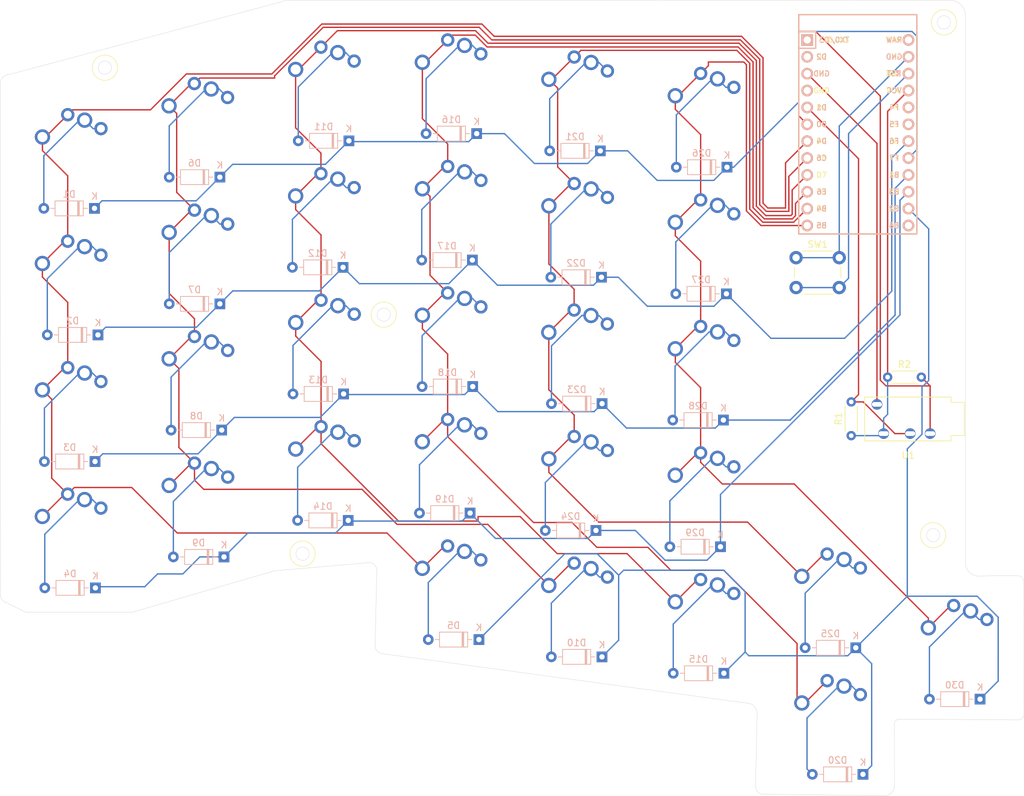
<source format=kicad_pcb>
(kicad_pcb (version 20241229) (generator "pcbnew") (generator_version "9.0")
  (layers (0 "F.Cu" signal) (2 "B.Cu" signal) (13 "F.Paste" user) (15 "B.Paste" user) (5 "F.SilkS" user "F.Silkscreen") (7 "B.SilkS" user "B.Silkscreen") (1 "F.Mask" user) (3 "B.Mask" user) (25 "Edge.Cuts" user))
  (net 0 "")
  (net 1 "L Row 0")
  (net 2 "Net-(D1-A)")
  (net 3 "L Row 1")
  (net 4 "Net-(D2-A)")
  (net 5 "L Row 2")
  (net 6 "Net-(D3-A)")
  (net 7 "L Row 3")
  (net 8 "Net-(D4-A)")
  (net 9 "Net-(D5-A)")
  (net 10 "L Row 4")
  (net 11 "Net-(D6-A)")
  (net 12 "Net-(D7-A)")
  (net 13 "Net-(D8-A)")
  (net 14 "Net-(D9-A)")
  (net 15 "Net-(D10-A)")
  (net 16 "Net-(D11-A)")
  (net 17 "Net-(D12-A)")
  (net 18 "Net-(D13-A)")
  (net 19 "Net-(D14-A)")
  (net 20 "Net-(D15-A)")
  (net 21 "Net-(D16-A)")
  (net 22 "Net-(D17-A)")
  (net 23 "Net-(D18-A)")
  (net 24 "Net-(D19-A)")
  (net 25 "Net-(D20-A)")
  (net 26 "Net-(D21-A)")
  (net 27 "Net-(D22-A)")
  (net 28 "Net-(D23-A)")
  (net 29 "Net-(D24-A)")
  (net 30 "Net-(D25-A)")
  (net 31 "Net-(D26-A)")
  (net 32 "Net-(D27-A)")
  (net 33 "Net-(D28-A)")
  (net 34 "Net-(D29-A)")
  (net 35 "Net-(D30-A)")
  (net 36 "L Ring2")
  (net 37 "L VCC")
  (net 38 "L Ring1")
  (net 39 "L Col 0")
  (net 40 "L Col 1")
  (net 41 "L Col 2")
  (net 42 "L Col 3")
  (net 43 "L Col 4")
  (net 44 "L Col 5")
  (net 45 "Net-(SW1-Pad1)")
  (net 46 "Net-(U2-RST)")
  (net 47 "L GND")
  (footprint "PCM_marbastlib-xp-choc:SW_choc_MxCombo_1u" (layer "F.Cu") (at 44.774 66.051)
    (property "Reference" "S1" (hide yes))
    (property "Value" "Keyswitch")
  )
  (footprint "PCM_marbastlib-xp-choc:SW_choc_MxCombo_1u" (layer "F.Cu") (at 101.966 54.803)
    (property "Reference" "S16" (hide yes))
    (property "Value" "Keyswitch")
  )
  (footprint "PCM_marbastlib-xp-choc:SW_choc_MxCombo_1u" (layer "F.Cu") (at 121.003625 133.559)
    (property "Reference" "S10" (hide yes))
    (property "Value" "Keyswitch")
  )
  (footprint "PCM_marbastlib-xp-choc:SW_choc_MxCombo_1u" (layer "F.Cu") (at 159.09 132.19)
    (property "Reference" "S25" (hide yes))
    (property "Value" "Keyswitch")
  )
  (footprint "PCM_marbastlib-xp-choc:SW_choc_MxCombo_1u" (layer "F.Cu") (at 178.14 139.94)
    (property "Reference" "S30" (hide yes))
    (property "Value" "Keyswitch")
  )
  (footprint "PCM_marbastlib-xp-choc:SW_choc_MxCombo_1u" (layer "F.Cu") (at 63.849 80.416)
    (property "Reference" "S7" (hide yes))
    (property "Value" "Keyswitch")
  )
  (footprint "PCM_marbastlib-xp-choc:SW_choc_MxCombo_1u" (layer "F.Cu") (at 82.885 55.884)
    (property "Reference" "S11" (hide yes))
    (property "Value" "Keyswitch")
  )
  (footprint "marbastlib-xp-choc:SW_choc_MxCombo_1u" (layer "F.Cu") (at 140.042 136.028)
    (property "Reference" "S15" (hide yes))
    (property "Value" "Keyswitch")
  )
  (footprint "Resistor_THT:R_Axial_DIN0204_L3.6mm_D1.6mm_P5.08mm_Horizontal" (layer "F.Cu") (at 168.194 99.663)
    (property "Reference" "R2")
    (property "Value" "R")
  )
  (footprint "marbastlib-xp-choc:SW_choc_MxCombo_1u" (layer "F.Cu") (at 140.047 78.881)
    (property "Reference" "S27" (hide yes))
    (property "Value" "Keyswitch")
  )
  (footprint "PCM_marbastlib-xp-choc:SW_choc_MxCombo_1u" (layer "F.Cu") (at 82.888 74.927)
    (property "Reference" "S12" (hide yes))
    (property "Value" "Keyswitch")
  )
  (footprint "PCM_marbastlib-xp-choc:SW_choc_MxCombo_1u" (layer "F.Cu") (at 121.001 95.459)
    (property "Reference" "S23" (hide yes))
    (property "Value" "Keyswitch")
  )
  (footprint "marbastlib-xp-choc:SW_choc_MxCombo_1u" (layer "F.Cu") (at 140.042 116.966)
    (property "Reference" "S29" (hide yes))
    (property "Value" "Keyswitch")
  )
  (footprint "PCM_marbastlib-xp-choc:SW_choc_MxCombo_1u" (layer "F.Cu") (at 44.764 123.174)
    (property "Reference" "S4" (hide yes))
    (property "Value" "Keyswitch")
  )
  (footprint "PCM_marbastlib-xp-choc:SW_choc_MxCombo_1u" (layer "F.Cu") (at 101.961 111.927)
    (property "Reference" "S19" (hide yes))
    (property "Value" "Keyswitch")
  )
  (footprint "Resistor_THT:R_Axial_DIN0204_L3.6mm_D1.6mm_P5.08mm_Horizontal" (layer "F.Cu") (at 162.715 108.467 90)
    (property "Reference" "R1")
    (property "Value" "R")
  )
  (footprint "Button_Switch_THT:SW_PUSH_6mm" (layer "F.Cu") (at 154.414 81.675)
    (property "Reference" "SW1")
    (property "Value" "SW_Push")
  )
  (footprint "PCM_marbastlib-xp-choc:SW_choc_MxCombo_1u" (layer "F.Cu") (at 44.766 85.092)
    (property "Reference" "S2" (hide yes))
    (property "Value" "Keyswitch")
  )
  (footprint "ScottoKeebs_MCU:Arduino_Pro_Micro" (layer "F.Cu") (at 163.711 62.868)
    (property "Reference" "U2" (hide yes))
    (property "Value" "Arduino_Pro_Micro" (hide yes))
  )
  (footprint "PCM_marbastlib-xp-choc:SW_choc_MxCombo_1u" (layer "F.Cu") (at 82.901 93.978)
    (property "Reference" "S13" (hide yes))
    (property "Value" "Keyswitch")
  )
  (footprint "marbastlib-xp-choc:SW_choc_MxCombo_1u" (layer "F.Cu") (at 140.047 59.841)
    (property "Reference" "S26" (hide yes))
    (property "Value" "Keyswitch")
  )
  (footprint "PCM_marbastlib-xp-choc:SW_choc_MxCombo_1u" (layer "F.Cu") (at 121.013 57.371)
    (property "Reference" "S21" (hide yes))
    (property "Value" "Keyswitch")
  )
  (footprint "PCM_marbastlib-xp-choc:SW_choc_MxCombo_1u" (layer "F.Cu") (at 121.015 76.411)
    (property "Reference" "S22" (hide yes))
    (property "Value" "Keyswitch")
  )
  (footprint "PCM_marbastlib-xp-choc:SW_choc_MxCombo_1u" (layer "F.Cu") (at 101.971 73.84)
    (property "Reference" "S17" (hide yes))
    (property "Value" "Keyswitch")
  )
  (footprint "PCM_marbastlib-xp-choc:SW_choc_MxCombo_1u" (layer "F.Cu") (at 44.769 104.124)
    (property "Reference" "S3" (hide yes))
    (property "Value" "Keyswitch")
  )
  (footprint "PCM_marbastlib-xp-choc:SW_choc_MxCombo_1u" (layer "F.Cu") (at 101.958 130.979)
    (property "Reference" "S5" (hide yes))
    (property "Value" "Keyswitch")
  )
  (footprint "PCM_marbastlib-xp-choc:SW_choc_MxCombo_1u" (layer "F.Cu") (at 159.092375 151.252)
    (property "Reference" "S20" (hide yes))
    (property "Value" "Keyswitch")
  )
  (footprint "PCM_marbastlib-xp-choc:SW_choc_MxCombo_1u" (layer "F.Cu") (at 63.849 99.443)
    (property "Reference" "S8" (hide yes))
    (property "Value" "Keyswitch")
  )
  (footprint "marbastlib-xp-choc:SW_choc_MxCombo_1u" (layer "F.Cu") (at 140.048 97.934)
    (property "Reference" "S28" (hide yes))
    (property "Value" "Keyswitch")
  )
  (footprint "PCM_marbastlib-xp-choc:SW_choc_MxCombo_1u" (layer "F.Cu") (at 121.011 114.499)
    (property "Reference" "S24" (hide yes))
    (property "Value" "Keyswitch")
  )
  (footprint "PCM_marbastlib-xp-choc:SW_choc_MxCombo_1u" (layer "F.Cu") (at 63.852 118.504)
    (property "Reference" "S9" (hide yes))
    (property "Value" "Keyswitch")
  )
  (footprint "PJ-320A_Library:PJ-320A" (layer "F.Cu") (at 179.743 108.16 180)
    (property "Reference" "U1")
    (property "Value" "PJ-320A")
  )
  (footprint "PCM_marbastlib-xp-choc:SW_choc_MxCombo_1u" (layer "F.Cu") (at 101.971 92.887)
    (property "Reference" "S18" (hide yes))
    (property "Value" "Keyswitch")
  )
  (footprint "PCM_marbastlib-xp-choc:SW_choc_MxCombo_1u" (layer "F.Cu") (at 82.906 113.028)
    (property "Reference" "S14" (hide yes))
    (property "Value" "Keyswitch")
  )
  (footprint "PCM_marbastlib-xp-choc:SW_choc_MxCombo_1u" (layer "F.Cu") (at 63.829 61.362)
    (property "Reference" "S6" (hide yes))
    (property "Value" "Keyswitch")
  )
  (footprint "Diode_THT:D_DO-35_SOD27_P7.62mm_Horizontal" (layer "B.Cu") (at 144.01 68.059 180)
    (property "Reference" "D26")
    (property "Value" "Diode")
  )
  (footprint "Diode_THT:D_DO-35_SOD27_P7.62mm_Horizontal" (layer "B.Cu") (at 163.399375 140.4 180)
    (property "Reference" "D25")
    (property "Value" "Diode")
  )
  (footprint "Diode_THT:D_DO-35_SOD27_P7.62mm_Horizontal" (layer "B.Cu") (at 86.213625 83.1306 180)
    (property "Reference" "D12")
    (property "Value" "Diode")
  )
  (footprint "Diode_THT:D_DO-35_SOD27_P7.62mm_Horizontal" (layer "B.Cu") (at 143.544 144.24 180)
    (property "Reference" "D15")
    (property "Value" "Diode")
  )
  (footprint "Diode_THT:D_DO-35_SOD27_P7.62mm_Horizontal" (layer "B.Cu") (at 86.996 121.228 180)
    (property "Reference" "D14")
    (property "Value" "Diode")
  )
  (footprint "Diode_THT:D_DO-35_SOD27_P7.62mm_Horizontal" (layer "B.Cu") (at 124.943 65.591 180)
    (property "Reference" "D21")
    (property "Value" "Diode")
  )
  (footprint "Diode_THT:D_DO-35_SOD27_P7.62mm_Horizontal" (layer "B.Cu") (at 68.292 126.724 180)
    (property "Reference" "D9")
    (property "Value" "Diode")
  )
  (footprint "Diode_THT:D_DO-35_SOD27_P7.62mm_Horizontal" (layer "B.Cu") (at 49.316 93.302 180)
    (property "Reference" "D2")
    (property "Value" "Diode")
  )
  (footprint "Diode_THT:D_DO-35_SOD27_P7.62mm_Horizontal" (layer "B.Cu") (at 105.681 82.04 180)
    (property "Reference" "D17")
    (property "Value" "Diode")
  )
  (footprint "Diode_THT:D_DO-35_SOD27_P7.62mm_Horizontal" (layer "B.Cu") (at 124.286625 122.7426 180)
    (property "Reference" "D24")
    (property "Value" "Diode")
  )
  (footprint "Diode_THT:D_DO-35_SOD27_P7.62mm_Horizontal" (layer "B.Cu") (at 143.927 87.115 180)
    (property "Reference" "D27")
    (property "Value" "Diode")
  )
  (footprint "Diode_THT:D_DO-35_SOD27_P7.62mm_Horizontal" (layer "B.Cu") (at 143.034 125.194 180)
    (property "Reference" "D29")
    (property "Value" "Diode")
  )
  (footprint "Diode_THT:D_DO-35_SOD27_P7.62mm_Horizontal" (layer "B.Cu") (at 67.949 107.633 180)
    (property "Reference" "D8")
    (property "Value" "Diode")
  )
  (footprint "Diode_THT:D_DO-35_SOD27_P7.62mm_Horizontal" (layer "B.Cu") (at 125.114375 84.621 180)
    (property "Reference" "D22")
    (property "Value" "Diode")
  )
  (footprint "Diode_THT:D_DO-35_SOD27_P7.62mm_Horizontal" (layer "B.Cu") (at 125.193 141.769 180)
    (property "Reference" "D10")
    (property "Value" "Diode")
  )
  (footprint "Diode_THT:D_DO-35_SOD27_P7.62mm_Horizontal" (layer "B.Cu") (at 106.335375 63.003 180)
    (property "Reference" "D16")
    (property "Value" "Diode")
  )
  (footprint "Diode_THT:D_DO-35_SOD27_P7.62mm_Horizontal" (layer "B.Cu") (at 86.301 102.188 180)
    (property "Reference" "D13")
    (property "Value" "Diode")
  )
  (footprint "Diode_THT:D_DO-35_SOD27_P7.62mm_Horizontal" (layer "B.Cu") (at 67.669625 69.5556 180)
    (property "Reference" "D6")
    (property "Value" "Diode")
  )
  (footprint "Diode_THT:D_DO-35_SOD27_P7.62mm_Horizontal" (layer "B.Cu") (at 48.879 112.364 180)
    (property "Reference" "D3")
    (property "Value" "Diode")
  )
  (footprint "Diode_THT:D_DO-35_SOD27_P7.62mm_Horizontal" (layer "B.Cu") (at 105.341 120.127 180)
    (property "Reference" "D19")
    (property "Value" "Diode")
  )
  (footprint "Diode_THT:D_DO-35_SOD27_P7.62mm_Horizontal" (layer "B.Cu") (at 164.482375 159.452 180)
    (property "Reference" "D20")
    (property "Value" "Diode")
  )
  (footprint "Diode_THT:D_DO-35_SOD27_P7.62mm_Horizontal" (layer "B.Cu") (at 48.934 131.384 180)
    (property "Reference" "D4")
    (property "Value" "Diode")
  )
  (footprint "Diode_THT:D_DO-35_SOD27_P7.62mm_Horizontal" (layer "B.Cu") (at 125.211 103.649 180)
    (property "Reference" "D23")
    (property "Value" "Diode")
  )
  (footprint "Diode_THT:D_DO-35_SOD27_P7.62mm_Horizontal" (layer "B.Cu") (at 182.11 148.14 180)
    (property "Reference" "D30")
    (property "Value" "Diode")
  )
  (footprint "Diode_THT:D_DO-35_SOD27_P7.62mm_Horizontal" (layer "B.Cu") (at 105.736625 101.0806 180)
    (property "Reference" "D18")
    (property "Value" "Diode")
  )
  (footprint "Diode_THT:D_DO-35_SOD27_P7.62mm_Horizontal" (layer "B.Cu") (at 143.469 106.123 180)
    (property "Reference" "D28")
    (property "Value" "Diode")
  )
  (footprint "Diode_THT:D_DO-35_SOD27_P7.62mm_Horizontal" (layer "B.Cu") (at 48.794 74.251 180)
    (property "Reference" "D1")
    (property "Value" "Diode")
  )
  (footprint "Diode_THT:D_DO-35_SOD27_P7.62mm_Horizontal" (layer "B.Cu") (at 106.668 139.169 180)
    (property "Reference" "D5")
    (property "Value" "Diode")
  )
  (footprint "Diode_THT:D_DO-35_SOD27_P7.62mm_Horizontal" (layer "B.Cu") (at 87.095 64.084 180)
    (property "Reference" "D11")
    (property "Value" "Diode")
  )
  (footprint "Diode_THT:D_DO-35_SOD27_P7.62mm_Horizontal" (layer "B.Cu") (at 67.669 88.626 180)
    (property "Reference" "D7")
    (property "Value" "Diode")
  )
  (gr_circle (center 176.671 46.256) (end 174.771 46.256) (stroke (width 0.1)) (fill no) (layer "F.SilkS"))
  (gr_circle (center 92.349001 90.249) (end 90.449001 90.249) (stroke (width 0.1)) (fill no) (layer "F.SilkS"))
  (gr_circle (center 50.363 53.081) (end 48.463 53.081) (stroke (width 0.1)) (fill no) (layer "F.SilkS"))
  (gr_circle (center 175.047 123.449) (end 173.147 123.449) (stroke (width 0.1)) (fill no) (layer "F.SilkS"))
  (gr_circle (center 80.124999 126.239) (end 78.224999 126.239) (stroke (width 0.1)) (fill no) (layer "F.SilkS"))
  (gr_line (start 167.705127 162.677127) (end 149.657 162.449) (stroke (width 0.05)) (layer "Edge.Cuts"))
  (gr_arc (start 35.537 133.598999) (mid 34.898448 133.199685) (end 34.649196 132.489) (stroke (width 0.05)) (layer "Edge.Cuts"))
  (gr_line (start 36.057 54.0802) (end 76.686697 43.225619) (stroke (width 0.05)) (layer "Edge.Cuts"))
  (gr_arc (start 146.949425 148.726432) (mid 148.164272 149.259005) (end 148.543627 150.530058) (stroke (width 0.05)) (layer "Edge.Cuts"))
  (gr_line (start 35.537 133.599) (end 38.467 135.059) (stroke (width 0.05)) (layer "Edge.Cuts"))
  (gr_line (start 54.467 135.059) (end 38.467 135.059) (stroke (width 0.05)) (layer "Edge.Cuts"))
  (gr_line (start 148.543627 150.530058) (end 148.318431 161.261893) (stroke (width 0.05)) (layer "Edge.Cuts"))
  (gr_arc (start 92.244107 141.306107) (mid 91.390555 140.952552) (end 91.037 140.099) (stroke (width 0.05)) (layer "Edge.Cuts"))
  (gr_line (start 90.2245 127.574) (end 75.857 128.819) (stroke (width 0.05)) (layer "Edge.Cuts"))
  (gr_circle (center 50.363 53.081) (end 49.361 53.079) (stroke (width 0.05)) (fill no) (layer "Edge.Cuts"))
  (gr_arc (start 90.2245 127.574) (mid 91.026761 127.973408) (end 91.29849 128.827406) (stroke (width 0.05)) (layer "Edge.Cuts"))
  (gr_arc (start 149.657 162.449) (mid 148.720762 162.156461) (end 148.318431 161.261893) (stroke (width 0.05)) (layer "Edge.Cuts"))
  (gr_arc (start 187.871677 129.568247) (mid 188.489558 129.909955) (end 188.71133 130.580297) (stroke (width 0.05)) (layer "Edge.Cuts"))
  (gr_line (start 146.949425 148.726432) (end 92.244107 141.306107) (stroke (width 0.05)) (layer "Edge.Cuts"))
  (gr_arc (start 188.722669 150.237702) (mid 188.462836 150.968808) (end 187.744347 151.261726) (stroke (width 0.05)) (layer "Edge.Cuts"))
  (gr_line (start 183.877 129.569) (end 187.871677 129.568247) (stroke (width 0.05)) (layer "Edge.Cuts"))
  (gr_arc (start 169.217782 151.903166) (mid 169.458456 151.348105) (end 170.028153 151.14448) (stroke (width 0.05)) (layer "Edge.Cuts"))
  (gr_circle (center 92.349001 90.249) (end 91.346999 90.249) (stroke (width 0.05)) (fill no) (layer "Edge.Cuts"))
  (gr_line (start 181.86997 129.61326) (end 183.877 129.569) (stroke (width 0.05)) (layer "Edge.Cuts"))
  (gr_arc (start 181.86997 129.61326) (mid 180.471412 128.998183) (end 179.918251 127.574) (stroke (width 0.05)) (layer "Edge.Cuts"))
  (gr_arc (start 177.537 42.911551) (mid 179.220816 43.608999) (end 179.9183 45.2928) (stroke (width 0.05)) (layer "Edge.Cuts"))
  (gr_line (start 78.427 42.929) (end 177.537 42.911551) (stroke (width 0.05)) (layer "Edge.Cuts"))
  (gr_line (start 91.29849 128.827406) (end 91.037 140.099) (stroke (width 0.05)) (layer "Edge.Cuts"))
  (gr_circle (center 175.047 123.449) (end 174.044998 123.449) (stroke (width 0.05)) (fill no) (layer "Edge.Cuts"))
  (gr_line (start 188.711331 130.580297) (end 188.72267 150.237702) (stroke (width 0.05)) (layer "Edge.Cuts"))
  (gr_arc (start 169.235127 161.147127) (mid 168.786992 162.228992) (end 167.705127 162.677127) (stroke (width 0.05)) (layer "Edge.Cuts"))
  (gr_arc (start 76.686697 43.225619) (mid 77.541093 42.984869) (end 78.427 42.929001) (stroke (width 0.05)) (layer "Edge.Cuts"))
  (gr_circle (center 80.124999 126.239) (end 79.122997 126.239) (stroke (width 0.05)) (fill no) (layer "Edge.Cuts"))
  (gr_line (start 34.649196 132.489) (end 34.607 55.699) (stroke (width 0.05)) (layer "Edge.Cuts"))
  (gr_line (start 169.217782 151.903166) (end 169.235127 161.147127) (stroke (width 0.05)) (layer "Edge.Cuts"))
  (gr_circle (center 176.671 46.256) (end 175.669 46.254) (stroke (width 0.05)) (fill no) (layer "Edge.Cuts"))
  (gr_line (start 187.744347 151.261726) (end 170.028153 151.14448) (stroke (width 0.05)) (layer "Edge.Cuts"))
  (gr_line (start 179.9183 45.2928) (end 179.91825 127.574) (stroke (width 0.05)) (layer "Edge.Cuts"))
  (gr_line (start 75.857 128.819) (end 54.467 135.059) (stroke (width 0.05)) (layer "Edge.Cuts"))
  (gr_arc (start 34.607001 55.699) (mid 34.970376 54.565684) (end 36.057 54.0802) (stroke (width 0.05)) (layer "Edge.Cuts"))
  (segment (start 87.214 64.203) (end 105.135375 64.203) (width 0.2) (layer "B.Cu") (net 0))
  (segment (start 168.818741 86.721) (end 168.818741 66.650259) (width 0.2) (layer "B.Cu") (net 0))
  (segment (start 109.462 85.821) (end 123.914375 85.821) (width 0.2) (layer "B.Cu") (net 0))
  (segment (start 105.135375 64.203) (end 106.335375 63.003) (width 0.2) (layer "B.Cu") (net 0))
  (segment (start 142.023 70.046) (end 144.01 68.059) (width 0.2) (layer "B.Cu") (net 0))
  (segment (start 133.51 70.046) (end 142.023 70.046) (width 0.2) (layer "B.Cu") (net 0))
  (segment (start 64.152 92.143) (end 67.669 88.626) (width 0.2) (layer "B.Cu") (net 0))
  (segment (start 143.927 87.115) (end 150.628 93.816) (width 0.2) (layer "B.Cu") (net 0))
  (segment (start 123.914375 85.821) (end 125.114375 84.621) (width 0.2) (layer "B.Cu") (net 0))
  (segment (start 86.213625 83.1306) (end 88.670025 85.587) (width 0.2) (layer "B.Cu") (net 0))
  (segment (start 48.794 74.251) (end 49.929 73.116) (width 0.2) (layer "B.Cu") (net 0))
  (segment (start 102.134 85.587) (end 105.681 82.04) (width 0.2) (layer "B.Cu") (net 0))
  (segment (start 171.859661 47.6217) (end 172.6073 48.369339) (width 0.2) (layer "B.Cu") (net 0))
  (segment (start 83.552 67.627) (end 87.095 64.084) (width 0.2) (layer "B.Cu") (net 0))
  (segment (start 67.669 88.626) (end 69.617 86.678) (width 0.2) (layer "B.Cu") (net 0))
  (segment (start 145.01 68.059) (end 154.8147 58.2543) (width 0.2) (layer "B.Cu") (net 0))
  (segment (start 172.6073 48.369339) (end 172.6073 65.4017) (width 0.2) (layer "B.Cu") (net 0))
  (segment (start 49.929 73.116) (end 64.109225 73.116) (width 0.2) (layer "B.Cu") (net 0))
  (segment (start 124.943 65.591) (end 129.055 65.591) (width 0.2) (layer "B.Cu") (net 0))
  (segment (start 154.8147 58.2543) (end 154.8147 47.6217) (width 0.2) (layer "B.Cu") (net 0))
  (segment (start 127.656 84.621) (end 132.023 88.988) (width 0.2) (layer "B.Cu") (net 0))
  (segment (start 150.628 93.816) (end 161.723741 93.816) (width 0.2) (layer "B.Cu") (net 0))
  (segment (start 154.8147 47.6217) (end 171.859661 47.6217) (width 0.2) (layer "B.Cu") (net 0))
  (segment (start 69.617 86.678) (end 82.666225 86.678) (width 0.2) (layer "B.Cu") (net 0))
  (segment (start 69.598225 67.627) (end 83.552 67.627) (width 0.2) (layer "B.Cu") (net 0))
  (segment (start 110.522 63.003) (end 115.018 67.499) (width 0.2) (layer "B.Cu") (net 0))
  (segment (start 144.01 68.059) (end 145.01 68.059) (width 0.2) (layer "B.Cu") (net 0))
  (segment (start 142.054 88.988) (end 143.927 87.115) (width 0.2) (layer "B.Cu") (net 0))
  (segment (start 168.818741 66.650259) (end 171.331 64.138) (width 0.2) (layer "B.Cu") (net 0))
  (segment (start 64.109225 73.116) (end 67.669625 69.5556) (width 0.2) (layer "B.Cu") (net 0))
  (segment (start 125.114375 84.621) (end 127.656 84.621) (width 0.2) (layer "B.Cu") (net 0))
  (segment (start 49.316 93.302) (end 50.475 92.143) (width 0.2) (layer "B.Cu") (net 0))
  (segment (start 115.018 67.499) (end 123.035 67.499) (width 0.2) (layer "B.Cu") (net 0))
  (segment (start 129.055 65.591) (end 133.51 70.046) (width 0.2) (layer "B.Cu") (net 0))
  (segment (start 132.023 88.988) (end 142.054 88.988) (width 0.2) (layer "B.Cu") (net 0))
  (segment (start 161.723741 93.816) (end 168.818741 86.721) (width 0.2) (layer "B.Cu") (net 0))
  (segment (start 50.475 92.143) (end 64.152 92.143) (width 0.2) (layer "B.Cu") (net 0))
  (segment (start 123.035 67.499) (end 124.943 65.591) (width 0.2) (layer "B.Cu") (net 0))
  (segment (start 67.669625 69.5556) (end 69.598225 67.627) (width 0.2) (layer "B.Cu") (net 0))
  (segment (start 172.6073 65.4017) (end 171.331 66.678) (width 0.2) (layer "B.Cu") (net 0))
  (segment (start 105.681 82.04) (end 109.462 85.821) (width 0.2) (layer "B.Cu") (net 0))
  (segment (start 106.335375 63.003) (end 110.522 63.003) (width 0.2) (layer "B.Cu") (net 0))
  (segment (start 88.670025 85.587) (end 102.134 85.587) (width 0.2) (layer "B.Cu") (net 0))
  (segment (start 82.666225 86.678) (end 86.213625 83.1306) (width 0.2) (layer "B.Cu") (net 0))
  (segment (start 87.095 64.084) (end 87.214 64.203) (width 0.2) (layer "B.Cu") (net 0))
  (segment (start 47.314 60.971) (end 48.594 62.251) (width 0.2) (layer "B.Cu") (net 2))
  (segment (start 41.174 66.336225) (end 41.174 74.251) (width 0.2) (layer "B.Cu") (net 2))
  (segment (start 48.594 62.251) (end 49.774 62.251) (width 0.2) (layer "B.Cu") (net 2))
  (segment (start 46.539225 60.971) (end 41.174 66.336225) (width 0.2) (layer "B.Cu") (net 2))
  (segment (start 47.314 60.971) (end 46.539225 60.971) (width 0.2) (layer "B.Cu") (net 2))
  (segment (start 49.766 81.292) (end 48.486 80.012) (width 0.2) (layer "B.Cu") (net 4))
  (segment (start 48.486 80.012) (end 47.306 80.012) (width 0.2) (layer "B.Cu") (net 4))
  (segment (start 47.306 80.012) (end 46.531225 80.012) (width 0.2) (layer "B.Cu") (net 4))
  (segment (start 41.696 84.847225) (end 41.696 93.302) (width 0.2) (layer "B.Cu") (net 4))
  (segment (start 46.531225 80.012) (end 41.696 84.847225) (width 0.2) (layer "B.Cu") (net 4))
  (segment (start 48.879 112.364) (end 50.039 111.204) (width 0.2) (layer "B.Cu") (net 5))
  (segment (start 64.378 111.204) (end 67.949 107.633) (width 0.2) (layer "B.Cu") (net 5))
  (segment (start 142.269 107.323) (end 143.469 106.123) (width 0.2) (layer "B.Cu") (net 5))
  (segment (start 125.211 103.649) (end 128.885 107.323) (width 0.2) (layer "B.Cu") (net 5))
  (segment (start 86.3936 102.2806) (end 104.536625 102.2806) (width 0.2) (layer "B.Cu") (net 5))
  (segment (start 128.885 107.323) (end 142.269 107.323) (width 0.2) (layer "B.Cu") (net 5))
  (segment (start 124.011 104.849) (end 125.211 103.649) (width 0.2) (layer "B.Cu") (net 5))
  (segment (start 109.505025 104.849) (end 124.011 104.849) (width 0.2) (layer "B.Cu") (net 5))
  (segment (start 82.761 105.728) (end 86.301 102.188) (width 0.2) (layer "B.Cu") (net 5))
  (segment (start 169.318741 90.329741) (end 169.318741 71.230259) (width 0.2) (layer "B.Cu") (net 5))
  (segment (start 69.854 105.728) (end 82.761 105.728) (width 0.2) (layer "B.Cu") (net 5))
  (segment (start 50.039 111.204) (end 64.378 111.204) (width 0.2) (layer "B.Cu") (net 5))
  (segment (start 86.301 102.188) (end 86.3936 102.2806) (width 0.2) (layer "B.Cu") (net 5))
  (segment (start 67.949 107.633) (end 69.854 105.728) (width 0.2) (layer "B.Cu") (net 5))
  (segment (start 104.536625 102.2806) (end 105.736625 101.0806) (width 0.2) (layer "B.Cu") (net 5))
  (segment (start 105.736625 101.0806) (end 109.505025 104.849) (width 0.2) (layer "B.Cu") (net 5))
  (segment (start 143.469 106.123) (end 153.525482 106.123) (width 0.2) (layer "B.Cu") (net 5))
  (segment (start 153.525482 106.123) (end 169.318741 90.329741) (width 0.2) (layer "B.Cu") (net 5))
  (segment (start 169.318741 71.230259) (end 171.331 69.218) (width 0.2) (layer "B.Cu") (net 5))
  (segment (start 49.769 100.324) (end 48.489 99.044) (width 0.2) (layer "B.Cu") (net 6))
  (segment (start 47.309 99.044) (end 46.534225 99.044) (width 0.2) (layer "B.Cu") (net 6))
  (segment (start 41.259 104.319225) (end 41.259 112.364) (width 0.2) (layer "B.Cu") (net 6))
  (segment (start 46.534225 99.044) (end 41.259 104.319225) (width 0.2) (layer "B.Cu") (net 6))
  (segment (start 48.489 99.044) (end 47.309 99.044) (width 0.2) (layer "B.Cu") (net 6))
  (segment (start 48.934 131.384) (end 49.111774 131.206226) (width 0.2) (layer "B.Cu") (net 7))
  (segment (start 71.893436 123.122564) (end 85.101436 123.122564) (width 0.2) (layer "B.Cu") (net 7))
  (segment (start 68.292 126.724) (end 71.893436 123.122564) (width 0.2) (layer "B.Cu") (net 7))
  (segment (start 170.0547 90.300888) (end 170.0547 73.0343) (width 0.2) (layer "B.Cu") (net 7))
  (segment (start 123.086625 123.9426) (end 124.286625 122.7426) (width 0.2) (layer "B.Cu") (net 7))
  (segment (start 58.294 129.285) (end 62.096475 129.285) (width 0.2) (layer "B.Cu") (net 7))
  (segment (start 130.2206 122.7426) (end 134.69 127.212) (width 0.2) (layer "B.Cu") (net 7))
  (segment (start 104.141 121.327) (end 105.341 120.127) (width 0.2) (layer "B.Cu") (net 7))
  (segment (start 64.657475 126.724) (end 68.292 126.724) (width 0.2) (layer "B.Cu") (net 7))
  (segment (start 143.034 125.194) (end 143.034 117.321588) (width 0.2) (layer "B.Cu") (net 7))
  (segment (start 85.101436 123.122564) (end 86.996 121.228) (width 0.2) (layer "B.Cu") (net 7))
  (segment (start 170.0547 73.0343) (end 171.331 71.758) (width 0.2) (layer "B.Cu") (net 7))
  (segment (start 124.286625 122.7426) (end 130.2206 122.7426) (width 0.2) (layer "B.Cu") (net 7))
  (segment (start 86.996 121.228) (end 87.095 121.327) (width 0.2) (layer "B.Cu") (net 7))
  (segment (start 56.372774 131.206226) (end 58.294 129.285) (width 0.2) (layer "B.Cu") (net 7))
  (segment (start 105.341 120.127) (end 109.1566 123.9426) (width 0.2) (layer "B.Cu") (net 7))
  (segment (start 141.016 127.212) (end 143.034 125.194) (width 0.2) (layer "B.Cu") (net 7))
  (segment (start 134.69 127.212) (end 141.016 127.212) (width 0.2) (layer "B.Cu") (net 7))
  (segment (start 87.095 121.327) (end 104.141 121.327) (width 0.2) (layer "B.Cu") (net 7))
  (segment (start 49.111774 131.206226) (end 56.372774 131.206226) (width 0.2) (layer "B.Cu") (net 7))
  (segment (start 62.096475 129.285) (end 64.657475 126.724) (width 0.2) (layer "B.Cu") (net 7))
  (segment (start 143.034 117.321588) (end 170.0547 90.300888) (width 0.2) (layer "B.Cu") (net 7))
  (segment (start 109.1566 123.9426) (end 123.086625 123.9426) (width 0.2) (layer "B.Cu") (net 7))
  (segment (start 47.304 118.094) (end 46.529225 118.094) (width 0.2) (layer "B.Cu") (net 8))
  (segment (start 49.764 119.374) (end 48.484 118.094) (width 0.2) (layer "B.Cu") (net 8))
  (segment (start 48.484 118.094) (end 47.304 118.094) (width 0.2) (layer "B.Cu") (net 8))
  (segment (start 46.529225 118.094) (end 41.314 123.309225) (width 0.2) (layer "B.Cu") (net 8))
  (segment (start 41.314 123.309225) (end 41.314 131.384) (width 0.2) (layer "B.Cu") (net 8))
  (segment (start 105.678 125.899) (end 104.498 125.899) (width 0.2) (layer "B.Cu") (net 9))
  (segment (start 99.048 130.574225) (end 99.048 139.169) (width 0.2) (layer "B.Cu") (net 9))
  (segment (start 106.958 127.179) (end 105.678 125.899) (width 0.2) (layer "B.Cu") (net 9))
  (segment (start 103.723225 125.899) (end 99.048 130.574225) (width 0.2) (layer "B.Cu") (net 9))
  (segment (start 104.498 125.899) (end 103.723225 125.899) (width 0.2) (layer "B.Cu") (net 9))
  (segment (start 147.3 141.6) (end 162.199375 141.6) (width 0.2) (layer "B.Cu") (net 10))
  (segment (start 124.483524 126.259) (end 127.703625 129.479101) (width 0.2) (layer "B.Cu") (net 10))
  (segment (start 127.703625 129.479101) (end 127.703625 139.258375) (width 0.2) (layer "B.Cu") (net 10))
  (segment (start 127.703625 139.258375) (end 125.193 141.769) (width 0.2) (layer "B.Cu") (net 10))
  (segment (start 174.374 77.341) (end 171.331 74.298) (width 0.2) (layer "B.Cu") (net 10))
  (segment (start 184.84 135.81) (end 181.67 132.64) (width 0.2) (layer "B.Cu") (net 10))
  (segment (start 128.454726 128.728) (end 143.521899 128.728) (width 0.2) (layer "B.Cu") (net 10))
  (segment (start 146.742 141.042) (end 143.544 144.24) (width 0.2) (layer "B.Cu") (net 10))
  (segment (start 146.742 141.042) (end 147.3 141.6) (width 0.2) (layer "B.Cu") (net 10))
  (segment (start 174.374 100.17) (end 174.374 77.341) (width 0.2) (layer "B.Cu") (net 10))
  (segment (start 146.742 131.948101) (end 146.742 141.042) (width 0.2) (layer "B.Cu") (net 10))
  (segment (start 181.67 132.64) (end 171.159375 132.64) (width 0.2) (layer "B.Cu") (net 10))
  (segment (start 143.521899 128.728) (end 146.742 131.948101) (width 0.2) (layer "B.Cu") (net 10))
  (segment (start 162.199375 141.6) (end 163.399375 140.4) (width 0.2) (layer "B.Cu") (net 10))
  (segment (start 173.372 101.172) (end 174.374 100.17) (width 0.2) (layer "B.Cu") (net 10))
  (segment (start 184.84 145.41) (end 184.84 135.81) (width 0.2) (layer "B.Cu") (net 10))
  (segment (start 106.668 139.169) (end 119.578 126.259) (width 0.2) (layer "B.Cu") (net 10))
  (segment (start 119.578 126.259) (end 124.483524 126.259) (width 0.2) (layer "B.Cu") (net 10))
  (segment (start 165.792375 142.793) (end 163.399375 140.4) (width 0.2) (layer "B.Cu") (net 10))
  (segment (start 171.159375 110.468625) (end 173.372 108.256) (width 0.2) (layer "B.Cu") (net 10))
  (segment (start 127.703625 129.479101) (end 128.454726 128.728) (width 0.2) (layer "B.Cu") (net 10))
  (segment (start 182.11 148.14) (end 184.84 145.41) (width 0.2) (layer "B.Cu") (net 10))
  (segment (start 164.482375 159.452) (end 165.792375 158.142) (width 0.2) (layer "B.Cu") (net 10))
  (segment (start 173.372 108.256) (end 173.372 101.172) (width 0.2) (layer "B.Cu") (net 10))
  (segment (start 171.159375 132.64) (end 171.159375 110.468625) (width 0.2) (layer "B.Cu") (net 10))
  (segment (start 165.792375 158.142) (end 165.792375 142.793) (width 0.2) (layer "B.Cu") (net 10))
  (segment (start 171.159375 132.64) (end 163.399375 140.4) (width 0.2) (layer "B.Cu") (net 10))
  (segment (start 67.549 56.282) (end 66.369 56.282) (width 0.2) (layer "B.Cu") (net 11))
  (segment (start 68.829 57.562) (end 67.549 56.282) (width 0.2) (layer "B.Cu") (net 11))
  (segment (start 65.594225 56.282) (end 60.049625 61.8266) (width 0.2) (layer "B.Cu") (net 11))
  (segment (start 60.049625 61.8266) (end 60.049625 69.5556) (width 0.2) (layer "B.Cu") (net 11))
  (segment (start 66.369 56.282) (end 65.594225 56.282) (width 0.2) (layer "B.Cu") (net 11))
  (segment (start 60.049 80.901225) (end 65.614225 75.336) (width 0.2) (layer "B.Cu") (net 12))
  (segment (start 65.614225 75.336) (end 66.389 75.336) (width 0.2) (layer "B.Cu") (net 12))
  (segment (start 67.669 76.616) (end 68.849 76.616) (width 0.2) (layer "B.Cu") (net 12))
  (segment (start 66.389 75.336) (end 67.669 76.616) (width 0.2) (layer "B.Cu") (net 12))
  (segment (start 60.049 88.626) (end 60.049 80.901225) (width 0.2) (layer "B.Cu") (net 12))
  (segment (start 67.569 94.363) (end 66.389 94.363) (width 0.2) (layer "B.Cu") (net 13))
  (segment (start 65.614225 94.363) (end 60.329 99.648225) (width 0.2) (layer "B.Cu") (net 13))
  (segment (start 60.329 99.648225) (end 60.329 107.633) (width 0.2) (layer "B.Cu") (net 13))
  (segment (start 68.849 95.643) (end 67.569 94.363) (width 0.2) (layer "B.Cu") (net 13))
  (segment (start 66.389 94.363) (end 65.614225 94.363) (width 0.2) (layer "B.Cu") (net 13))
  (segment (start 67.572 113.424) (end 66.392 113.424) (width 0.2) (layer "B.Cu") (net 14))
  (segment (start 65.617225 113.424) (end 60.672 118.369225) (width 0.2) (layer "B.Cu") (net 14))
  (segment (start 66.392 113.424) (end 65.617225 113.424) (width 0.2) (layer "B.Cu") (net 14))
  (segment (start 60.672 118.369225) (end 60.672 126.724) (width 0.2) (layer "B.Cu") (net 14))
  (segment (start 68.852 114.704) (end 67.572 113.424) (width 0.2) (layer "B.Cu") (net 14))
  (segment (start 124.823625 129.759) (end 126.003625 129.759) (width 0.2) (layer "B.Cu") (net 15))
  (segment (start 117.573 141.769) (end 117.573 133.67485) (width 0.2) (layer "B.Cu") (net 15))
  (segment (start 122.76885 128.479) (end 123.543625 128.479) (width 0.2) (layer "B.Cu") (net 15))
  (segment (start 117.573 133.67485) (end 122.76885 128.479) (width 0.2) (layer "B.Cu") (net 15))
  (segment (start 123.543625 128.479) (end 124.823625 129.759) (width 0.2) (layer "B.Cu") (net 15))
  (segment (start 85.425 50.804) (end 84.650225 50.804) (width 0.2) (layer "B.Cu") (net 16))
  (segment (start 86.605 50.804) (end 85.425 50.804) (width 0.2) (layer "B.Cu") (net 16))
  (segment (start 79.475 55.979225) (end 79.475 64.084) (width 0.2) (layer "B.Cu") (net 16))
  (segment (start 84.650225 50.804) (end 79.475 55.979225) (width 0.2) (layer "B.Cu") (net 16))
  (segment (start 87.885 52.084) (end 86.605 50.804) (width 0.2) (layer "B.Cu") (net 16))
  (segment (start 78.593625 75.9066) (end 78.593625 83.1306) (width 0.2) (layer "B.Cu") (net 17))
  (segment (start 85.428 69.847) (end 86.708 71.127) (width 0.2) (layer "B.Cu") (net 17))
  (segment (start 86.708 71.127) (end 87.888 71.127) (width 0.2) (layer "B.Cu") (net 17))
  (segment (start 85.428 69.847) (end 84.653225 69.847) (width 0.2) (layer "B.Cu") (net 17))
  (segment (start 84.653225 69.847) (end 78.593625 75.9066) (width 0.2) (layer "B.Cu") (net 17))
  (segment (start 86.621 88.898) (end 85.441 88.898) (width 0.2) (layer "B.Cu") (net 18))
  (segment (start 78.681 94.883225) (end 78.681 102.188) (width 0.2) (layer "B.Cu") (net 18))
  (segment (start 87.901 90.178) (end 86.621 88.898) (width 0.2) (layer "B.Cu") (net 18))
  (segment (start 85.441 88.898) (end 84.666225 88.898) (width 0.2) (layer "B.Cu") (net 18))
  (segment (start 84.666225 88.898) (end 78.681 94.883225) (width 0.2) (layer "B.Cu") (net 18))
  (segment (start 87.906 109.228) (end 86.626 107.948) (width 0.2) (layer "B.Cu") (net 19))
  (segment (start 79.376 113.243225) (end 79.376 121.228) (width 0.2) (layer "B.Cu") (net 19))
  (segment (start 85.446 107.948) (end 84.671225 107.948) (width 0.2) (layer "B.Cu") (net 19))
  (segment (start 86.626 107.948) (end 85.446 107.948) (width 0.2) (layer "B.Cu") (net 19))
  (segment (start 84.671225 107.948) (end 79.376 113.243225) (width 0.2) (layer "B.Cu") (net 19))
  (segment (start 143.862 132.228) (end 145.042 132.228) (width 0.2) (layer "B.Cu") (net 20))
  (segment (start 142.582 130.948) (end 141.807225 130.948) (width 0.2) (layer "B.Cu") (net 20))
  (segment (start 142.582 130.948) (end 143.862 132.228) (width 0.2) (layer "B.Cu") (net 20))
  (segment (start 141.807225 130.948) (end 135.924 136.831225) (width 0.2) (layer "B.Cu") (net 20))
  (segment (start 135.924 136.831225) (end 135.924 144.24) (width 0.2) (layer "B.Cu") (net 20))
  (segment (start 98.715375 54.73885) (end 98.715375 63.003) (width 0.2) (layer "B.Cu") (net 21))
  (segment (start 106.966 51.003) (end 105.686 49.723) (width 0.2) (layer "B.Cu") (net 21))
  (segment (start 105.686 49.723) (end 104.506 49.723) (width 0.2) (layer "B.Cu") (net 21))
  (segment (start 104.506 49.723) (end 103.731225 49.723) (width 0.2) (layer "B.Cu") (net 21))
  (segment (start 103.731225 49.723) (end 98.715375 54.73885) (width 0.2) (layer "B.Cu") (net 21))
  (segment (start 98.061 74.435225) (end 98.061 82.04) (width 0.2) (layer "B.Cu") (net 22))
  (segment (start 104.511 68.76) (end 103.736225 68.76) (width 0.2) (layer "B.Cu") (net 22))
  (segment (start 106.971 70.04) (end 105.691 68.76) (width 0.2) (layer "B.Cu") (net 22))
  (segment (start 105.691 68.76) (end 104.511 68.76) (width 0.2) (layer "B.Cu") (net 22))
  (segment (start 103.736225 68.76) (end 98.061 74.435225) (width 0.2) (layer "B.Cu") (net 22))
  (segment (start 98.116625 93.4266) (end 98.116625 101.0806) (width 0.2) (layer "B.Cu") (net 23))
  (segment (start 106.971 89.087) (end 105.691 87.807) (width 0.2) (layer "B.Cu") (net 23))
  (segment (start 104.511 87.807) (end 103.736225 87.807) (width 0.2) (layer "B.Cu") (net 23))
  (segment (start 103.736225 87.807) (end 98.116625 93.4266) (width 0.2) (layer "B.Cu") (net 23))
  (segment (start 105.691 87.807) (end 104.511 87.807) (width 0.2) (layer "B.Cu") (net 23))
  (segment (start 103.726225 106.847) (end 104.501 106.847) (width 0.2) (layer "B.Cu") (net 24))
  (segment (start 97.721 112.852225) (end 103.726225 106.847) (width 0.2) (layer "B.Cu") (net 24))
  (segment (start 97.721 120.127) (end 97.721 112.852225) (width 0.2) (layer "B.Cu") (net 24))
  (segment (start 106.961 108.127) (end 105.681 106.847) (width 0.2) (layer "B.Cu") (net 24))
  (segment (start 105.681 106.847) (end 104.501 106.847) (width 0.2) (layer "B.Cu") (net 24))
  (segment (start 156.062376 150.967224) (end 156.062376 158.652001) (width 0.2) (layer "B.Cu") (net 25))
  (segment (start 156.062376 158.652001) (end 156.862375 159.452) (width 0.2) (layer "B.Cu") (net 25))
  (segment (start 164.092375 147.452) (end 162.812375 146.172) (width 0.2) (layer "B.Cu") (net 25))
  (segment (start 160.8576 146.172) (end 156.062376 150.967224) (width 0.2) (layer "B.Cu") (net 25))
  (segment (start 162.812375 146.172) (end 161.632375 146.172) (width 0.2) (layer "B.Cu") (net 25))
  (segment (start 161.632375 146.172) (end 160.8576 146.172) (width 0.2) (layer "B.Cu") (net 25))
  (segment (start 123.553 52.291) (end 122.778225 52.291) (width 0.2) (layer "B.Cu") (net 26))
  (segment (start 117.323 57.746225) (end 117.323 65.591) (width 0.2) (layer "B.Cu") (net 26))
  (segment (start 126.013 53.571) (end 124.733 52.291) (width 0.2) (layer "B.Cu") (net 26))
  (segment (start 122.778225 52.291) (end 117.323 57.746225) (width 0.2) (layer "B.Cu") (net 26))
  (segment (start 124.733 52.291) (end 123.553 52.291) (width 0.2) (layer "B.Cu") (net 26))
  (segment (start 123.555 71.331) (end 122.780225 71.331) (width 0.2) (layer "B.Cu") (net 27))
  (segment (start 117.494375 76.61685) (end 117.494375 84.621) (width 0.2) (layer "B.Cu") (net 27))
  (segment (start 126.015 72.611) (end 124.735 71.331) (width 0.2) (layer "B.Cu") (net 27))
  (segment (start 122.780225 71.331) (end 117.494375 76.61685) (width 0.2) (layer "B.Cu") (net 27))
  (segment (start 124.735 71.331) (end 123.555 71.331) (width 0.2) (layer "B.Cu") (net 27))
  (segment (start 117.591 94.962) (end 117.591 103.649) (width 0.2) (layer "B.Cu") (net 28))
  (segment (start 123.541 90.379) (end 122.174 90.379) (width 0.2) (layer "B.Cu") (net 28))
  (segment (start 124.721 90.379) (end 123.541 90.379) (width 0.2) (layer "B.Cu") (net 28))
  (segment (start 126.001 91.659) (end 124.721 90.379) (width 0.2) (layer "B.Cu") (net 28))
  (segment (start 122.174 90.379) (end 117.591 94.962) (width 0.2) (layer "B.Cu") (net 28))
  (segment (start 116.666625 115.5286) (end 116.666625 122.7426) (width 0.2) (layer "B.Cu") (net 29))
  (segment (start 123.551 109.419) (end 124.831 110.699) (width 0.2) (layer "B.Cu") (net 29))
  (segment (start 123.551 109.419) (end 122.776225 109.419) (width 0.2) (layer "B.Cu") (net 29))
  (segment (start 124.831 110.699) (end 126.011 110.699) (width 0.2) (layer "B.Cu") (net 29))
  (segment (start 122.776225 109.419) (end 116.666625 115.5286) (width 0.2) (layer "B.Cu") (net 29))
  (segment (start 161.63 127.11) (end 160.855225 127.11) (width 0.2) (layer "B.Cu") (net 30))
  (segment (start 160.855225 127.11) (end 155.779375 132.18585) (width 0.2) (layer "B.Cu") (net 30))
  (segment (start 155.779375 132.18585) (end 155.779375 140.4) (width 0.2) (layer "B.Cu") (net 30))
  (segment (start 162.91 128.39) (end 164.09 128.39) (width 0.2) (layer "B.Cu") (net 30))
  (segment (start 161.63 127.11) (end 162.91 128.39) (width 0.2) (layer "B.Cu") (net 30))
  (segment (start 143.867 56.041) (end 145.047 56.041) (width 0.2) (layer "B.Cu") (net 31))
  (segment (start 136.39 60.183225) (end 141.812225 54.761) (width 0.2) (layer "B.Cu") (net 31))
  (segment (start 136.39 68.059) (end 136.39 60.183225) (width 0.2) (layer "B.Cu") (net 31))
  (segment (start 141.812225 54.761) (end 142.587 54.761) (width 0.2) (layer "B.Cu") (net 31))
  (segment (start 142.587 54.761) (end 143.867 56.041) (width 0.2) (layer "B.Cu") (net 31))
  (segment (start 143.767 73.801) (end 142.587 73.801) (width 0.2) (layer "B.Cu") (net 32))
  (segment (start 141.812225 73.801) (end 136.307 79.306225) (width 0.2) (layer "B.Cu") (net 32))
  (segment (start 136.307 79.306225) (end 136.307 87.115) (width 0.2) (layer "B.Cu") (net 32))
  (segment (start 142.587 73.801) (end 141.812225 73.801) (width 0.2) (layer "B.Cu") (net 32))
  (segment (start 145.047 75.081) (end 143.767 73.801) (width 0.2) (layer "B.Cu") (net 32))
  (segment (start 136.193 105.779) (end 135.849 106.123) (width 0.2) (layer "B.Cu") (net 33))
  (segment (start 142.588 92.854) (end 141.337 92.854) (width 0.2) (layer "B.Cu") (net 33))
  (segment (start 145.048 94.134) (end 143.768 92.854) (width 0.2) (layer "B.Cu") (net 33))
  (segment (start 141.337 92.854) (end 136.193 97.998) (width 0.2) (layer "B.Cu") (net 33))
  (segment (start 136.193 97.998) (end 136.193 105.779) (width 0.2) (layer "B.Cu") (net 33))
  (segment (start 143.768 92.854) (end 142.588 92.854) (width 0.2) (layer "B.Cu") (net 33))
  (segment (start 135.414 118.279225) (end 135.414 125.194) (width 0.2) (layer "B.Cu") (net 34))
  (segment (start 141.807225 111.886) (end 135.414 118.279225) (width 0.2) (layer "B.Cu") (net 34))
  (segment (start 143.862 113.166) (end 145.042 113.166) (width 0.2) (layer "B.Cu") (net 34))
  (segment (start 142.582 111.886) (end 141.807225 111.886) (width 0.2) (layer "B.Cu") (net 34))
  (segment (start 142.582 111.886) (end 143.862 113.166) (width 0.2) (layer "B.Cu") (net 34))
  (segment (start 174.49 140.275225) (end 174.49 148.14) (width 0.2) (layer "B.Cu") (net 35))
  (segment (start 180.68 134.86) (end 179.905225 134.86) (width 0.2) (layer "B.Cu") (net 35))
  (segment (start 180.68 134.86) (end 181.96 136.14) (width 0.2) (layer "B.Cu") (net 35))
  (segment (start 181.96 136.14) (end 183.14 136.14) (width 0.2) (layer "B.Cu") (net 35))
  (segment (start 179.905225 134.86) (end 174.49 140.275225) (width 0.2) (layer "B.Cu") (net 35))
  (segment (start 163.815 66.782) (end 163.815 102.287) (width 0.2) (layer "F.Cu") (net 36))
  (segment (start 163.815 102.287) (end 162.715 103.387) (width 0.2) (layer "F.Cu") (net 36))
  (segment (start 164.517057 103.387) (end 162.715 103.387) (width 0.2) (layer "F.Cu") (net 36))
  (segment (start 169.290057 108.16) (end 164.517057 103.387) (width 0.2) (layer "F.Cu") (net 36))
  (segment (start 171.593 108.16) (end 169.290057 108.16) (width 0.2) (layer "F.Cu") (net 36))
  (segment (start 156.091 59.058) (end 163.815 66.782) (width 0.2) (layer "F.Cu") (net 36))
  (segment (start 168.194 99.663) (end 168.194 59.655) (width 0.2) (layer "F.Cu") (net 37))
  (segment (start 168.194 59.655) (end 171.331 56.518) (width 0.2) (layer "F.Cu") (net 37))
  (segment (start 162.715 108.467) (end 167.286 108.467) (width 0.2) (layer "B.Cu") (net 37))
  (segment (start 167.593 105.854365) (end 168.194 105.253365) (width 0.2) (layer "B.Cu") (net 37))
  (segment (start 167.286 108.467) (end 167.593 108.16) (width 0.2) (layer "B.Cu") (net 37))
  (segment (start 167.593 108.16) (end 167.593 105.854365) (width 0.2) (layer "B.Cu") (net 37))
  (segment (start 168.194 105.253365) (end 168.194 99.663) (width 0.2) (layer "B.Cu") (net 37))
  (segment (start 154.8147 47.6217) (end 154.8147 60.3217) (width 0.2) (layer "F.Cu") (net 38))
  (segment (start 174.593 100.982) (end 167.957365 100.982) (width 0.2) (layer "F.Cu") (net 38))
  (segment (start 157.3673 47.6217) (end 154.8147 47.6217) (width 0.2) (layer "F.Cu") (net 38))
  (segment (start 167.094 100.118635) (end 167.094 57.3484) (width 0.2) (layer "F.Cu") (net 38))
  (segment (start 154.8147 60.3217) (end 156.091 61.598) (width 0.2) (layer "F.Cu") (net 38))
  (segment (start 174.593 100.982) (end 173.274 99.663) (width 0.2) (layer "F.Cu") (net 38))
  (segment (start 174.593 108.16) (end 174.593 100.982) (width 0.2) (layer "F.Cu") (net 38))
  (segment (start 167.957365 100.982) (end 167.094 100.118635) (width 0.2) (layer "F.Cu") (net 38))
  (segment (start 167.094 57.3484) (end 157.3673 47.6217) (width 0.2) (layer "F.Cu") (net 38))
  (segment (start 92.831564 123.122564) (end 98.148 128.439) (width 0.2) (layer "F.Cu") (net 39))
  (segment (start 62.625537 54.023431) (end 57.227968 59.421) (width 0.2) (layer "F.Cu") (net 39))
  (segment (start 44.766 69.357775) (end 44.766 79.192) (width 0.2) (layer "F.Cu") (net 39))
  (segment (start 40.964 65.555775) (end 44.766 69.357775) (width 0.2) (layer "F.Cu") (net 39))
  (segment (start 44.774 60.151) (end 41.414 63.511) (width 0.2) (layer "F.Cu") (net 39))
  (segment (start 57.227968 59.421) (end 45.504 59.421) (width 0.2) (layer "F.Cu") (net 39))
  (segment (start 149.439 73.477) (end 149.439 51.586466) (width 0.2) (layer "F.Cu") (net 39))
  (segment (start 152.826447 67.402553) (end 152.826447 74.201) (width 0.2) (layer "F.Cu") (net 39))
  (segment (start 98.148 128.439) (end 101.508 125.079) (width 0.2) (layer "F.Cu") (net 39))
  (segment (start 40.956 82.552) (end 44.316 79.192) (width 0.2) (layer "F.Cu") (net 39))
  (segment (start 83.016862 46.503) (end 75.496431 54.023431) (width 0.2) (layer "F.Cu") (net 39))
  (segment (start 152.826447 74.201) (end 150.163 74.201) (width 0.2) (layer "F.Cu") (net 39))
  (segment (start 107.112 46.503) (end 83.016862 46.503) (width 0.2) (layer "F.Cu") (net 39))
  (segment (start 41.414 63.511) (end 40.964 63.511) (width 0.2) (layer "F.Cu") (net 39))
  (segment (start 156.091 64.138) (end 152.826447 67.402553) (width 0.2) (layer "F.Cu") (net 39))
  (segment (start 149.439 51.586466) (end 146.203534 48.351) (width 0.2) (layer "F.Cu") (net 39))
  (segment (start 44.319 98.224) (end 44.769 98.224) (width 0.2) (layer "F.Cu") (net 39))
  (segment (start 40.956 84.596775) (end 44.769 88.409775) (width 0.2) (layer "F.Cu") (net 39))
  (segment (start 40.956 82.552) (end 40.956 84.596775) (width 0.2) (layer "F.Cu") (net 39))
  (segment (start 45.764 116.274) (end 54.404 116.274) (width 0.2) (layer "F.Cu") (net 39))
  (segment (start 44.769 88.409775) (end 44.769 98.224) (width 0.2) (layer "F.Cu") (net 39))
  (segment (start 40.959 101.584) (end 42.359 102.984) (width 0.2) (layer "F.Cu") (net 39))
  (segment (start 40.959 101.584) (end 44.319 98.224) (width 0.2) (layer "F.Cu") (net 39))
  (segment (start 146.203534 48.351) (end 108.96 48.351) (width 0.2) (layer "F.Cu") (net 39))
  (segment (start 45.504 59.421) (end 44.774 60.151) (width 0.2) (layer "F.Cu") (net 39))
  (segment (start 44.764 117.274) (end 45.764 116.274) (width 0.2) (layer "F.Cu") (net 39))
  (segment (start 150.163 74.201) (end 149.439 73.477) (width 0.2) (layer "F.Cu") (net 39))
  (segment (start 61.252564 123.122564) (end 92.831564 123.122564) (width 0.2) (layer "F.Cu") (net 39))
  (segment (start 101.508 125.079) (end 101.958 125.079) (width 0.2) (layer "F.Cu") (net 39))
  (segment (start 108.96 48.351) (end 107.112 46.503) (width 0.2) (layer "F.Cu") (net 39))
  (segment (start 42.359 102.984) (end 42.359 114.869) (width 0.2) (layer "F.Cu") (net 39))
  (segment (start 40.964 63.511) (end 40.964 65.555775) (width 0.2) (layer "F.Cu") (net 39))
  (segment (start 54.404 116.274) (end 61.252564 123.122564) (width 0.2) (layer "F.Cu") (net 39))
  (segment (start 42.359 114.869) (end 44.764 117.274) (width 0.2) (layer "F.Cu") (net 39))
  (segment (start 75.496431 54.023431) (end 62.625537 54.023431) (width 0.2) (layer "F.Cu") (net 39))
  (segment (start 44.316 79.192) (end 44.766 79.192) (width 0.2) (layer "F.Cu") (net 39))
  (segment (start 44.314 117.274) (end 44.764 117.274) (width 0.2) (layer "F.Cu") (net 39))
  (segment (start 40.954 120.634) (end 44.314 117.274) (width 0.2) (layer "F.Cu") (net 39))
  (segment (start 75.912 54.635) (end 64.656 54.635) (width 0.2) (layer "F.Cu") (net 40))
  (segment (start 60.039 96.903) (end 63.399 93.543) (width 0.2) (layer "F.Cu") (net 40))
  (segment (start 153.326447 74.704) (end 149.937 74.704) (width 0.2) (layer "F.Cu") (net 40))
  (segment (start 149.937 74.704) (end 148.939 73.706) (width 0.2) (layer "F.Cu") (net 40))
  (segment (start 61.169 59.972) (end 61.169 71.836) (width 0.2) (layer "F.Cu") (net 40))
  (segment (start 63.399 93.543) (end 63.849 93.543) (width 0.2) (layer "F.Cu") (net 40))
  (segment (start 60.039 87.060365) (end 63.849 90.870365) (width 0.2) (layer "F.Cu") (net 40))
  (segment (start 61.5051 110.2571) (end 61.5051 98.3691) (width 0.2) (layer "F.Cu") (net 40))
  (segment (start 65.247588 116.552) (end 89.070481 116.552) (width 0.2) (layer "F.Cu") (net 40))
  (segment (start 60.019 58.822) (end 63.379 55.462) (width 0.2) (layer "F.Cu") (net 40))
  (segment (start 148.939 73.706) (end 148.939 51.793573) (width 0.2) (layer "F.Cu") (net 40))
  (segment (start 61.5051 98.3691) (end 60.039 96.903) (width 0.2) (layer "F.Cu") (net 40))
  (segment (start 60.039 77.876) (end 63.399 74.516) (width 0.2) (layer "F.Cu") (net 40))
  (segment (start 63.379 55.462) (end 63.829 55.462) (width 0.2) (layer "F.Cu") (net 40))
  (segment (start 64.656 54.635) (end 63.829 55.462) (width 0.2) (layer "F.Cu") (net 40))
  (segment (start 63.852 112.604) (end 61.5051 110.2571) (width 0.2) (layer "F.Cu") (net 40))
  (segment (start 146.039427 48.894) (end 108.609 48.894) (width 0.2) (layer "F.Cu") (net 40))
  (segment (start 156.091 66.678) (end 153.326447 69.442553) (width 0.2) (layer "F.Cu") (net 40))
  (segment (start 120.553625 127.659) (end 121.003625 127.659) (width 0.2) (layer "F.Cu") (net 40))
  (segment (start 61.169 71.836) (end 63.849 74.516) (width 0.2) (layer "F.Cu") (net 40))
  (segment (start 63.399 74.516) (end 63.849 74.516) (width 0.2) (layer "F.Cu") (net 40))
  (segment (start 63.849 90.870365) (end 63.849 93.543) (width 0.2) (layer "F.Cu") (net 40))
  (segment (start 83.223968 47.003) (end 75.912 54.314968) (width 0.2) (layer "F.Cu") (net 40))
  (segment (start 63.852 112.604) (end 63.852 115.156412) (width 0.2) (layer "F.Cu") (net 40))
  (segment (start 63.852 115.156412) (end 65.247588 116.552) (width 0.2) (layer "F.Cu") (net 40))
  (segment (start 153.326447 69.442553) (end 153.326447 74.704) (width 0.2) (layer "F.Cu") (net 40))
  (segment (start 117.193625 131.019) (end 120.553625 127.659) (width 0.2) (layer "F.Cu") (net 40))
  (segment (start 108.001625 121.827) (end 117.193625 131.019) (width 0.2) (layer "F.Cu") (net 40))
  (segment (start 63.402 112.604) (end 63.852 112.604) (width 0.2) (layer "F.Cu") (net 40))
  (segment (start 106.718 47.003) (end 83.223968 47.003) (width 0.2) (layer "F.Cu") (net 40))
  (segment (start 60.019 58.822) (end 61.169 59.972) (width 0.2) (layer "F.Cu") (net 40))
  (segment (start 94.345481 121.827) (end 108.001625 121.827) (width 0.2) (layer "F.Cu") (net 40))
  (segment (start 60.042 115.964) (end 63.402 112.604) (width 0.2) (layer "F.Cu") (net 40))
  (segment (start 108.609 48.894) (end 106.718 47.003) (width 0.2) (layer "F.Cu") (net 40))
  (segment (start 148.939 51.793573) (end 146.039427 48.894) (width 0.2) (layer "F.Cu") (net 40))
  (segment (start 60.039 77.876) (end 60.039 87.060365) (width 0.2) (layer "F.Cu") (net 40))
  (segment (start 89.070481 116.552) (end 94.345481 121.827) (width 0.2) (layer "F.Cu") (net 40))
  (segment (start 75.912 54.314968) (end 75.912 54.635) (width 0.2) (layer "F.Cu") (net 40))
  (segment (start 82.906 109.680412) (end 94.552588 121.327) (width 0.2) (layer "F.Cu") (net 41))
  (segment (start 79.096 110.488) (end 82.456 107.128) (width 0.2) (layer "F.Cu") (net 41))
  (segment (start 108.044005 49.394) (end 106.153005 47.503) (width 0.2) (layer "F.Cu") (net 41))
  (segment (start 128.97 126.226) (end 136.232 133.488) (width 0.2) (layer "F.Cu") (net 41))
  (segment (start 79.075 53.344) (end 79.075 62.128365) (width 0.2) (layer "F.Cu") (net 41))
  (segment (start 153.826447 71.482553) (end 153.826447 75.148341) (width 0.2) (layer "F.Cu") (net 41))
  (segment (start 145.83232 49.394) (end 108.044005 49.394) (width 0.2) (layer "F.Cu") (net 41))
  (segment (start 82.906 107.128) (end 82.906 109.680412) (width 0.2) (layer "F.Cu") (net 41))
  (segment (start 149.847 75.338) (end 148.439 73.93) (width 0.2) (layer "F.Cu") (net 41))
  (segment (start 79.091 91.438) (end 82.451 88.078) (width 0.2) (layer "F.Cu") (net 41))
  (segment (start 106.541 120.648) (end 112.874968 120.648) (width 0.2) (layer "F.Cu") (net 41))
  (segment (start 148.439 73.93) (end 148.439 52.00068) (width 0.2) (layer "F.Cu") (net 41))
  (segment (start 85.366 47.503) (end 82.885 49.984) (width 0.2) (layer "F.Cu") (net 41))
  (segment (start 139.592 130.128) (end 140.042 130.128) (width 0.2) (layer "F.Cu") (net 41))
  (segment (start 82.885 49.984) (end 79.525 53.344) (width 0.2) (layer "F.Cu") (net 41))
  (segment (start 153.826447 75.148341) (end 153.636788 75.338) (width 0.2) (layer "F.Cu") (net 41))
  (segment (start 148.439 52.00068) (end 145.83232 49.394) (width 0.2) (layer "F.Cu") (net 41))
  (segment (start 136.232 133.488) (end 139.592 130.128) (width 0.2) (layer "F.Cu") (net 41))
  (segment (start 79.078 72.387) (end 79.078 74.431775) (width 0.2) (layer "F.Cu") (net 41))
  (segment (start 79.078 74.431775) (end 82.901 78.254775) (width 0.2) (layer "F.Cu") (net 41))
  (segment (start 79.525 53.344) (end 79.075 53.344) (width 0.2) (layer "F.Cu") (net 41))
  (segment (start 106.541 121.327) (end 106.541 120.648) (width 0.2) (layer "F.Cu") (net 41))
  (segment (start 156.091 69.218) (end 153.826447 71.482553) (width 0.2) (layer "F.Cu") (net 41))
  (segment (start 82.906 97.297775) (end 82.906 107.128) (width 0.2) (layer "F.Cu") (net 41))
  (segment (start 106.153005 47.503) (end 85.366 47.503) (width 0.2) (layer "F.Cu") (net 41))
  (segment (start 153.636788 75.338) (end 149.847 75.338) (width 0.2) (layer "F.Cu") (net 41))
  (segment (start 82.888 65.941365) (end 82.888 69.027) (width 0.2) (layer "F.Cu") (net 41))
  (segment (start 82.451 88.078) (end 82.901 88.078) (width 0.2) (layer "F.Cu") (net 41))
  (segment (start 112.874968 120.648) (end 118.452968 126.226) (width 0.2) (layer "F.Cu") (net 41))
  (segment (start 94.552588 121.327) (end 106.541 121.327) (width 0.2) (layer "F.Cu") (net 41))
  (segment (start 79.075 62.128365) (end 82.888 65.941365) (width 0.2) (layer "F.Cu") (net 41))
  (segment (start 79.078 72.387) (end 82.438 69.027) (width 0.2) (layer "F.Cu") (net 41))
  (segment (start 82.901 78.254775) (end 82.901 88.078) (width 0.2) (layer "F.Cu") (net 41))
  (segment (start 82.438 69.027) (end 82.888 69.027) (width 0.2) (layer "F.Cu") (net 41))
  (segment (start 79.091 93.482775) (end 82.906 97.297775) (width 0.2) (layer "F.Cu") (net 41))
  (segment (start 79.091 91.438) (end 79.091 93.482775) (width 0.2) (layer "F.Cu") (net 41))
  (segment (start 118.452968 126.226) (end 128.97 126.226) (width 0.2) (layer "F.Cu") (net 41))
  (segment (start 82.456 107.128) (end 82.906 107.128) (width 0.2) (layer "F.Cu") (net 41))
  (segment (start 98.161 92.391775) (end 101.961 96.191775) (width 0.2) (layer "F.Cu") (net 42))
  (segment (start 101.961 96.191775) (end 101.961 106.027) (width 0.2) (layer "F.Cu") (net 42))
  (segment (start 156.091 71.758) (end 154.326447 73.522553) (width 0.2) (layer "F.Cu") (net 42))
  (segment (start 155.732375 148.712) (end 155.282375 148.712) (width 0.2) (layer "F.Cu") (net 42))
  (segment (start 101.521 67.94) (end 101.971 67.94) (width 0.2) (layer "F.Cu") (net 42))
  (segment (start 101.971 64.561568) (end 101.971 67.94) (width 0.2) (layer "F.Cu") (net 42))
  (segment (start 154.561 139.767101) (end 154.561 147.990625) (width 0.2) (layer "F.Cu") (net 42))
  (segment (start 98.156 52.263) (end 98.156 60.746568) (width 0.2) (layer "F.Cu") (net 42))
  (segment (start 143.521899 128.728) (end 154.561 139.767101) (width 0.2) (layer "F.Cu") (net 42))
  (segment (start 98.151 109.387) (end 101.511 106.027) (width 0.2) (layer "F.Cu") (net 42))
  (segment (start 98.161 71.3) (end 99.311 72.45) (width 0.2) (layer "F.Cu") (net 42))
  (segment (start 98.161 71.3) (end 101.521 67.94) (width 0.2) (layer "F.Cu") (net 42))
  (segment (start 114.891375 121.5426) (end 120.686625 121.5426) (width 0.2) (layer "F.Cu") (net 42))
  (segment (start 106.115899 48.173) (end 102.696 48.173) (width 0.2) (layer "F.Cu") (net 42))
  (segment (start 99.311 84.327) (end 101.971 86.987) (width 0.2) (layer "F.Cu") (net 42))
  (segment (start 145.688263 49.95705) (end 107.899949 49.95705) (width 0.2) (layer "F.Cu") (net 42))
  (segment (start 154.561 147.990625) (end 155.282375 148.712) (width 0.2) (layer "F.Cu") (net 42))
  (segment (start 101.961 106.027) (end 101.961 108.612225) (width 0.2) (layer "F.Cu") (net 42))
  (segment (start 101.521 86.987) (end 101.971 86.987) (width 0.2) (layer "F.Cu") (net 42))
  (segment (start 101.966 48.903) (end 98.606 52.263) (width 0.2) (layer "F.Cu") (net 42))
  (segment (start 154.326447 73.522553) (end 154.326447 75.355447) (width 0.2) (layer "F.Cu") (net 42))
  (segment (start 120.686625 121.5426) (end 124.428025 125.284) (width 0.2) (layer "F.Cu") (net 42))
  (segment (start 147.939 52.207787) (end 145.688263 49.95705) (width 0.2) (layer "F.Cu") (net 42))
  (segment (start 101.511 106.027) (end 101.961 106.027) (width 0.2) (layer "F.Cu") (net 42))
  (segment (start 159.092375 145.352) (end 155.732375 148.712) (width 0.2) (layer "F.Cu") (net 42))
  (segment (start 101.961 108.612225) (end 114.891375 121.5426) (width 0.2) (layer "F.Cu") (net 42))
  (segment (start 98.606 52.263) (end 98.156 52.263) (width 0.2) (layer "F.Cu") (net 42))
  (segment (start 132.11 125.284) (end 135.554 128.728) (width 0.2) (layer "F.Cu") (net 42))
  (segment (start 99.311 72.45) (end 99.311 84.327) (width 0.2) (layer "F.Cu") (net 42))
  (segment (start 102.696 48.173) (end 101.966 48.903) (width 0.2) (layer "F.Cu") (net 42))
  (segment (start 153.843894 75.838) (end 149.63 75.838) (width 0.2) (layer "F.Cu") (net 42))
  (segment (start 147.939 74.147) (end 147.939 52.207787) (width 0.2) (layer "F.Cu") (net 42))
  (segment (start 135.554 128.728) (end 143.521899 128.728) (width 0.2) (layer "F.Cu") (net 42))
  (segment (start 154.326447 75.355447) (end 153.843894 75.838) (width 0.2) (layer "F.Cu") (net 42))
  (segment (start 98.161 90.347) (end 98.161 92.391775) (width 0.2) (layer "F.Cu") (net 42))
  (segment (start 149.63 75.838) (end 147.939 74.147) (width 0.2) (layer "F.Cu") (net 42))
  (segment (start 98.156 60.746568) (end 101.971 64.561568) (width 0.2) (layer "F.Cu") (net 42))
  (segment (start 107.899949 49.95705) (end 106.115899 48.173) (width 0.2) (layer "F.Cu") (net 42))
  (segment (start 98.161 90.347) (end 101.521 86.987) (width 0.2) (layer "F.Cu") (net 42))
  (segment (start 124.428025 125.284) (end 132.11 125.284) (width 0.2) (layer "F.Cu") (net 42))
  (segment (start 117.203 54.831) (end 118.523 56.151) (width 0.2) (layer "F.Cu") (net 43))
  (segment (start 117.205 73.871) (end 120.565 70.511) (width 0.2) (layer "F.Cu") (net 43))
  (segment (start 147.439 74.37) (end 147.439 52.414894) (width 0.2) (layer "F.Cu") (net 43))
  (segment (start 156.091 74.298) (end 154.051 76.338) (width 0.2) (layer "F.Cu") (net 43))
  (segment (start 149.407 76.338) (end 147.439 74.37) (width 0.2) (layer "F.Cu") (net 43))
  (segment (start 120.561 108.599) (end 121.011 108.599) (width 0.2) (layer "F.Cu") (net 43))
  (segment (start 117.205 73.871) (end 117.205 82.634568) (width 0.2) (layer "F.Cu") (net 43))
  (segment (start 121.001 86.430568) (end 121.001 89.559) (width 0.2) (layer "F.Cu") (net 43))
  (segment (start 117.191 101.551943) (end 121.011 105.371943) (width 0.2) (layer "F.Cu") (net 43))
  (segment (start 121.011 105.371943) (end 121.011 108.599) (width 0.2) (layer "F.Cu") (net 43))
  (segment (start 154.051 76.338) (end 149.407 76.338) (width 0.2) (layer "F.Cu") (net 43))
  (segment (start 147.439 52.414894) (end 145.495106 50.471) (width 0.2) (layer "F.Cu") (net 43))
  (segment (start 117.201 111.959) (end 120.561 108.599) (width 0.2) (layer "F.Cu") (net 43))
  (segment (start 124.681225 121.484) (end 147.114 121.484) (width 0.2) (layer "F.Cu") (net 43))
  (segment (start 117.191 92.919) (end 120.551 89.559) (width 0.2) (layer "F.Cu") (net 43))
  (segment (start 158.64 126.29) (end 159.09 126.29) (width 0.2) (layer "F.Cu") (net 43))
  (segment (start 120.565 70.511) (end 121.015 70.511) (width 0.2) (layer "F.Cu") (net 43))
  (segment (start 147.114 121.484) (end 155.28 129.65) (width 0.2) (layer "F.Cu") (net 43))
  (segment (start 117.191 92.919) (end 117.191 101.551943) (width 0.2) (layer "F.Cu") (net 43))
  (segment (start 118.523 56.151) (end 118.523 68.019) (width 0.2) (layer "F.Cu") (net 43))
  (segment (start 117.201 111.959) (end 117.201 114.003775) (width 0.2) (layer "F.Cu") (net 43))
  (segment (start 117.205 82.634568) (end 121.001 86.430568) (width 0.2) (layer "F.Cu") (net 43))
  (segment (start 145.495106 50.471) (end 122.013 50.471) (width 0.2) (layer "F.Cu") (net 43))
  (segment (start 117.653 54.831) (end 117.203 54.831) (width 0.2) (layer "F.Cu") (net 43))
  (segment (start 121.013 51.471) (end 117.653 54.831) (width 0.2) (layer "F.Cu") (net 43))
  (segment (start 122.013 50.471) (end 121.013 51.471) (width 0.2) (layer "F.Cu") (net 43))
  (segment (start 120.551 89.559) (end 121.001 89.559) (width 0.2) (layer "F.Cu") (net 43))
  (segment (start 118.523 68.019) (end 121.015 70.511) (width 0.2) (layer "F.Cu") (net 43))
  (segment (start 155.28 129.65) (end 158.64 126.29) (width 0.2) (layer "F.Cu") (net 43))
  (segment (start 117.201 114.003775) (end 124.681225 121.484) (width 0.2) (layer "F.Cu") (net 43))
  (segment (start 146.939 52.622) (end 146.536 52.219) (width 0.2) (layer "F.Cu") (net 44))
  (segment (start 139.597 72.981) (end 140.047 72.981) (width 0.2) (layer "F.Cu") (net 44))
  (segment (start 136.237 76.341) (end 139.597 72.981) (width 0.2) (layer "F.Cu") (net 44))
  (segment (start 143.302787 115.741) (end 154.129 115.741) (width 0.2) (layer "F.Cu") (net 44))
  (segment (start 139.592 111.066) (end 140.042 111.066) (width 0.2) (layer "F.Cu") (net 44))
  (segment (start 141.217 52.219) (end 141.217 52.771) (width 0.2) (layer "F.Cu") (net 44))
  (segment (start 154.129 115.741) (end 174.33 135.942) (width 0.2) (layer "F.Cu") (net 44))
  (segment (start 136.237 78.385775) (end 140.048 82.196775) (width 0.2) (layer "F.Cu") (net 44))
  (segment (start 149.14 76.838) (end 146.939 74.637) (width 0.2) (layer "F.Cu") (net 44))
  (segment (start 140.048 82.196775) (end 140.048 92.034) (width 0.2) (layer "F.Cu") (net 44))
  (segment (start 174.33 137.4) (end 177.69 134.04) (width 0.2) (layer "F.Cu") (net 44))
  (segment (start 136.237 57.301) (end 136.237 59.345775) (width 0.2) (layer "F.Cu") (net 44))
  (segment (start 156.091 76.838) (end 149.14 76.838) (width 0.2) (layer "F.Cu") (net 44))
  (segment (start 136.238 95.394) (end 139.598 92.034) (width 0.2) (layer "F.Cu") (net 44))
  (segment (start 136.238 97.438775) (end 140.042 101.242775) (width 0.2) (layer "F.Cu") (net 44))
  (segment (start 146.536 52.219) (end 141.217 52.219) (width 0.2) (layer "F.Cu") (net 44))
  (segment (start 140.047 53.941) (end 136.687 57.301) (width 0.2) (layer "F.Cu") (net 44))
  (segment (start 177.69 134.04) (end 178.14 134.04) (width 0.2) (layer "F.Cu") (net 44))
  (segment (start 136.232 114.426) (end 139.592 111.066) (width 0.2) (layer "F.Cu") (net 44))
  (segment (start 140.047 63.155775) (end 140.047 72.981) (width 0.2) (layer "F.Cu") (net 44))
  (segment (start 136.238 95.394) (end 136.238 97.438775) (width 0.2) (layer "F.Cu") (net 44))
  (segment (start 140.042 101.242775) (end 140.042 111.066) (width 0.2) (layer "F.Cu") (net 44))
  (segment (start 141.217 52.771) (end 140.047 53.941) (width 0.2) (layer "F.Cu") (net 44))
  (segment (start 140.042 112.480213) (end 143.302787 115.741) (width 0.2) (layer "F.Cu") (net 44))
  (segment (start 146.939 74.637) (end 146.939 52.622) (width 0.2) (layer "F.Cu") (net 44))
  (segment (start 136.237 76.341) (end 136.237 78.385775) (width 0.2) (layer "F.Cu") (net 44))
  (segment (start 139.598 92.034) (end 140.048 92.034) (width 0.2) (layer "F.Cu") (net 44))
  (segment (start 136.237 59.345775) (end 140.047 63.155775) (width 0.2) (layer "F.Cu") (net 44))
  (segment (start 140.042 111.066) (end 140.042 112.480213) (width 0.2) (layer "F.Cu") (net 44))
  (segment (start 136.687 57.301) (end 136.237 57.301) (width 0.2) (layer "F.Cu") (net 44))
  (segment (start 174.33 135.942) (end 174.33 137.4) (width 0.2) (layer "F.Cu") (net 44))
  (segment (start 160.914 61.855) (end 171.331 51.438) (width 0.2) (layer "B.Cu") (net 45))
  (segment (start 160.914 81.675) (end 160.914 61.855) (width 0.2) (layer "B.Cu") (net 45))
  (segment (start 154.414 81.675) (end 160.914 81.675) (width 0.2) (layer "B.Cu") (net 45))
  (segment (start 162.314 62.995) (end 171.331 53.978) (width 0.2) (layer "B.Cu") (net 46))
  (segment (start 154.414 86.175) (end 160.914 86.175) (width 0.2) (layer "B.Cu") (net 46))
  (segment (start 160.914 86.175) (end 162.314 84.775) (width 0.2) (layer "B.Cu") (net 46))
  (segment (start 162.314 84.775) (end 162.314 62.995) (width 0.2) (layer "B.Cu") (net 46))
  (segment (start 166.593 103.76) (end 166.593 64.48) (width 0.2) (layer "F.Cu") (net 47))
  (segment (start 166.593 64.48) (end 156.091 53.978) (width 0.2) (layer "F.Cu") (net 47))
)
</source>
